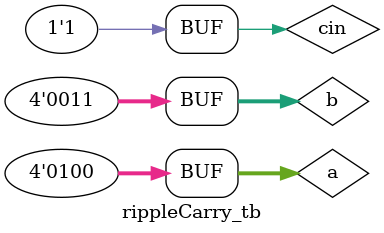
<source format=v>
`timescale 1ns/100ps

module rippleCarry_tb;
reg [3:0] a,b;
reg cin;
wire [3:0] sum;
wire cout;

rippleCarry uut(a,b,cin,sum,cout);
initial begin 

a=4'b0000; b=4'b0001; cin=0;#10;
a=4'b0110; b=4'b1001; cin=1;#10;
a=4'b1010; b=4'b1101; cin=1;#10;
a=4'b1100; b=4'b1011; cin=0;#10;
a=4'b0100; b=4'b0011; cin=1;#10;

end
endmodule 


</source>
